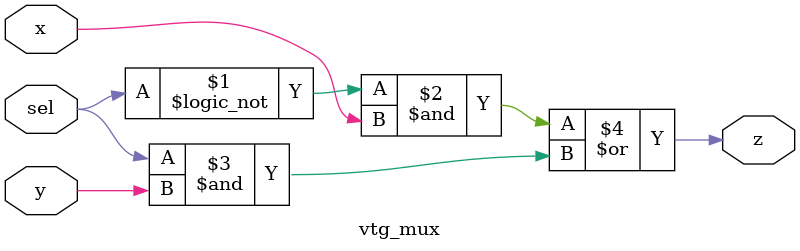
<source format=v>

module vtg_mux(
        input x,
        input y,
        input sel,
        output z
        );
        
assign z = (!sel & x) | (sel & y);

endmodule

</source>
